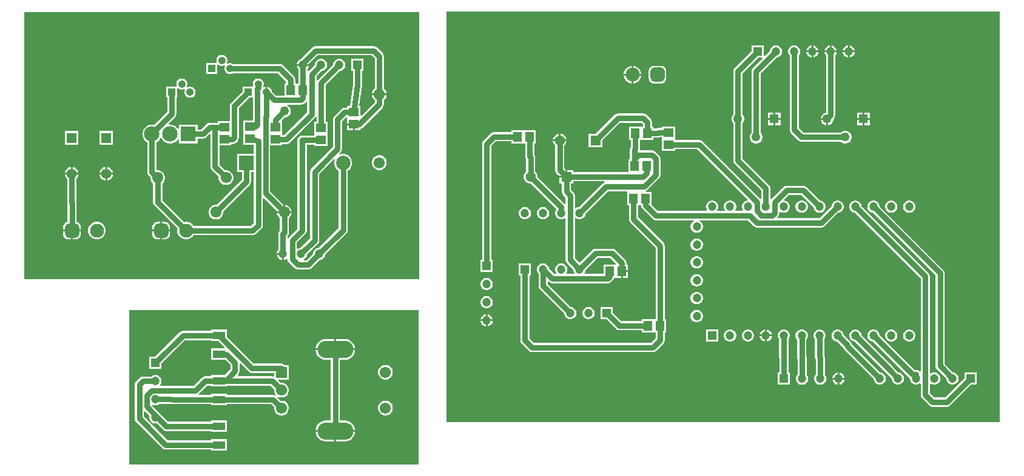
<source format=gtl>
G04*
G04 #@! TF.GenerationSoftware,Altium Limited,Altium Designer,24.4.1 (13)*
G04*
G04 Layer_Physical_Order=1*
G04 Layer_Color=255*
%FSLAX44Y44*%
%MOMM*%
G71*
G04*
G04 #@! TF.SameCoordinates,D16DE8F3-FD65-4EAC-9AAE-F1089B62832C*
G04*
G04*
G04 #@! TF.FilePolarity,Positive*
G04*
G01*
G75*
%ADD10R,1.4000X1.2000*%
%ADD11R,1.2000X1.4000*%
%ADD12C,0.7620*%
%ADD13R,1.7000X1.1000*%
%ADD14C,1.2000*%
%ADD15R,1.2000X1.2000*%
%ADD16R,1.2000X1.2000*%
%ADD17C,1.9500*%
G04:AMPARAMS|DCode=18|XSize=1.95mm|YSize=1.95mm|CornerRadius=0.4875mm|HoleSize=0mm|Usage=FLASHONLY|Rotation=180.000|XOffset=0mm|YOffset=0mm|HoleType=Round|Shape=RoundedRectangle|*
%AMROUNDEDRECTD18*
21,1,1.9500,0.9750,0,0,180.0*
21,1,0.9750,1.9500,0,0,180.0*
1,1,0.9750,-0.4875,0.4875*
1,1,0.9750,0.4875,0.4875*
1,1,0.9750,0.4875,-0.4875*
1,1,0.9750,-0.4875,-0.4875*
%
%ADD18ROUNDEDRECTD18*%
%ADD19C,1.2500*%
%ADD20R,1.2500X1.2500*%
%ADD21R,1.4000X1.4000*%
%ADD22C,1.4000*%
%ADD23C,1.5500*%
%ADD24R,1.0500X1.0500*%
%ADD25C,1.0500*%
%ADD26C,2.1500*%
%ADD27R,2.1500X2.1500*%
%ADD28R,1.4000X1.4000*%
%ADD29C,2.0000*%
%ADD30R,2.0000X2.0000*%
%ADD31C,1.2700*%
%ADD32R,1.5500X1.5500*%
G04:AMPARAMS|DCode=33|XSize=2.4mm|YSize=5mm|CornerRadius=1.2mm|HoleSize=0mm|Usage=FLASHONLY|Rotation=270.000|XOffset=0mm|YOffset=0mm|HoleType=Round|Shape=RoundedRectangle|*
%AMROUNDEDRECTD33*
21,1,2.4000,2.6000,0,0,270.0*
21,1,0.0000,5.0000,0,0,270.0*
1,1,2.4000,-1.3000,0.0000*
1,1,2.4000,-1.3000,0.0000*
1,1,2.4000,1.3000,0.0000*
1,1,2.4000,1.3000,0.0000*
%
%ADD33ROUNDEDRECTD33*%
G36*
X967740Y895350D02*
X416560D01*
Y1268730D01*
X967740D01*
Y895350D01*
D02*
G37*
G36*
X1778000Y695960D02*
X1005840D01*
Y1270000D01*
X1778000D01*
Y695960D01*
D02*
G37*
G36*
X966470Y636270D02*
X562610D01*
Y852170D01*
X966470D01*
Y636270D01*
D02*
G37*
%LPC*%
G36*
X904240Y1221610D02*
X822960D01*
X820482Y1221118D01*
X818382Y1219714D01*
X801439Y1202771D01*
X799936Y1201904D01*
X798346Y1200314D01*
X797222Y1198366D01*
X796679Y1196340D01*
X805180D01*
X813681D01*
X813605Y1196625D01*
X825642Y1208662D01*
X901558D01*
X905386Y1204834D01*
Y1161948D01*
X903626Y1160188D01*
X902271Y1157842D01*
X901570Y1155225D01*
Y1155140D01*
X911860D01*
X922150D01*
Y1155225D01*
X921449Y1157842D01*
X920094Y1160188D01*
X918334Y1161948D01*
Y1207516D01*
X917842Y1209994D01*
X916438Y1212094D01*
X908818Y1219714D01*
X906718Y1221118D01*
X904240Y1221610D01*
D02*
G37*
G36*
X693176Y1209210D02*
X691124D01*
X689143Y1208679D01*
X687367Y1207654D01*
X685917Y1206203D01*
X684891Y1204427D01*
X684360Y1202446D01*
Y1200394D01*
X684720Y1199050D01*
X683898Y1197780D01*
X670390D01*
Y1182200D01*
X685970D01*
Y1194924D01*
X687143Y1195410D01*
X687367Y1195186D01*
X689143Y1194161D01*
X691124Y1193630D01*
X693176D01*
X695157Y1194161D01*
X695711Y1194481D01*
X696641Y1193551D01*
X696321Y1192997D01*
X695790Y1191016D01*
Y1188964D01*
X696321Y1186983D01*
X697346Y1185207D01*
X698797Y1183756D01*
X700573Y1182731D01*
X702554Y1182200D01*
X704606D01*
X706587Y1182731D01*
X707946Y1183516D01*
X770258D01*
X781705Y1172068D01*
Y1169050D01*
X779640D01*
Y1152522D01*
X767984D01*
X762045Y1158461D01*
X761639Y1159977D01*
X760613Y1161753D01*
X759163Y1163204D01*
X757387Y1164229D01*
X755650Y1164695D01*
Y1156970D01*
X753110D01*
Y1164695D01*
X751373Y1164229D01*
X750819Y1163909D01*
X749889Y1164839D01*
X750209Y1165393D01*
X750740Y1167374D01*
Y1169426D01*
X750209Y1171407D01*
X749184Y1173183D01*
X747733Y1174633D01*
X745957Y1175659D01*
X743976Y1176190D01*
X741924D01*
X739943Y1175659D01*
X738167Y1174633D01*
X736717Y1173183D01*
X735691Y1171407D01*
X735160Y1169426D01*
Y1167374D01*
X735520Y1166030D01*
X734761Y1164858D01*
X734591Y1164760D01*
X721190D01*
Y1158336D01*
X705098Y1142244D01*
X703694Y1140144D01*
X703202Y1137666D01*
Y1116470D01*
X686420D01*
Y1114405D01*
X675114D01*
X672637Y1113912D01*
X670536Y1112508D01*
X663052Y1105024D01*
X658450D01*
Y1111840D01*
X631870D01*
Y1106608D01*
X630643Y1106280D01*
X630395Y1106710D01*
X627920Y1109185D01*
X624890Y1110934D01*
X621510Y1111840D01*
X618602D01*
X618076Y1113110D01*
X626878Y1121912D01*
X628282Y1124012D01*
X628774Y1126490D01*
Y1149180D01*
X630090D01*
Y1161904D01*
X631263Y1162390D01*
X631487Y1162167D01*
X633263Y1161141D01*
X635244Y1160610D01*
X637296D01*
X639277Y1161141D01*
X639831Y1161461D01*
X640761Y1160531D01*
X640441Y1159977D01*
X639910Y1157996D01*
Y1155944D01*
X640441Y1153963D01*
X641467Y1152187D01*
X642917Y1150736D01*
X644693Y1149711D01*
X646674Y1149180D01*
X648726D01*
X650707Y1149711D01*
X652483Y1150736D01*
X653933Y1152187D01*
X654959Y1153963D01*
X655490Y1155944D01*
Y1157996D01*
X654959Y1159977D01*
X653933Y1161753D01*
X652483Y1163204D01*
X650707Y1164229D01*
X648726Y1164760D01*
X646674D01*
X644693Y1164229D01*
X644139Y1163909D01*
X643209Y1164839D01*
X643529Y1165393D01*
X644060Y1167374D01*
Y1169426D01*
X643529Y1171407D01*
X642504Y1173183D01*
X641053Y1174633D01*
X639277Y1175659D01*
X637296Y1176190D01*
X635244D01*
X633263Y1175659D01*
X631487Y1174633D01*
X630037Y1173183D01*
X629011Y1171407D01*
X628480Y1169426D01*
Y1167374D01*
X628840Y1166030D01*
X628018Y1164760D01*
X614510D01*
Y1149180D01*
X615826D01*
Y1129172D01*
X597990Y1111336D01*
X596110Y1111840D01*
X592610D01*
X589230Y1110934D01*
X586200Y1109185D01*
X583725Y1106710D01*
X581976Y1103680D01*
X581070Y1100300D01*
Y1096800D01*
X581976Y1093420D01*
X583725Y1090390D01*
X586200Y1087915D01*
X587886Y1086942D01*
Y1045770D01*
X588378Y1043292D01*
X589782Y1041192D01*
X592250Y1038724D01*
Y1036235D01*
X592951Y1033618D01*
X594306Y1031272D01*
X596065Y1029512D01*
Y1003270D01*
X596558Y1000793D01*
X597962Y998692D01*
X630370Y966284D01*
X630050Y965088D01*
Y961852D01*
X630888Y958727D01*
X632506Y955924D01*
X634794Y953636D01*
X637596Y952018D01*
X640722Y951180D01*
X643958D01*
X647084Y952018D01*
X649886Y953636D01*
X652175Y955924D01*
X652793Y956996D01*
X735124D01*
X737602Y957489D01*
X739702Y958892D01*
X747528Y966718D01*
X748932Y968818D01*
X749424Y971296D01*
Y1008310D01*
X750598Y1008796D01*
X768794Y990600D01*
X777950D01*
Y999756D01*
X759584Y1018122D01*
Y1082390D01*
X776620D01*
Y1084456D01*
X782320D01*
X784798Y1084948D01*
X786898Y1086352D01*
X822204Y1121658D01*
X822836Y1122603D01*
X824106Y1122218D01*
Y1115590D01*
X821040D01*
Y1096525D01*
X804418D01*
X801940Y1096032D01*
X799840Y1094628D01*
X799586Y1094374D01*
X798182Y1092274D01*
X797690Y1089796D01*
Y966104D01*
X785616Y954030D01*
X784984Y953085D01*
X783714Y953470D01*
Y956422D01*
X783798Y956506D01*
X785202Y958606D01*
X785695Y961084D01*
Y981252D01*
X787454Y983012D01*
X788809Y985358D01*
X789510Y987975D01*
Y988060D01*
X768930D01*
Y987975D01*
X769631Y985358D01*
X770986Y983012D01*
X772746Y981252D01*
Y963766D01*
X772662Y963682D01*
X771258Y961582D01*
X770766Y959104D01*
Y936513D01*
X770406Y936154D01*
X769282Y934206D01*
X768739Y932180D01*
X777240D01*
Y930910D01*
X778510D01*
Y922409D01*
X780536Y922952D01*
X782484Y924076D01*
X782546Y924139D01*
X783720Y923653D01*
Y923544D01*
X784212Y921066D01*
X785616Y918966D01*
X793490Y911092D01*
X795590Y909688D01*
X798068Y909196D01*
X812800D01*
X815278Y909688D01*
X817378Y911092D01*
X828656Y922370D01*
X829164D01*
X831336Y922952D01*
X833284Y924076D01*
X834874Y925666D01*
X835998Y927614D01*
X836580Y929786D01*
Y930294D01*
X866018Y959732D01*
X867422Y961832D01*
X867914Y964310D01*
Y1047168D01*
X869140Y1047876D01*
X871475Y1050210D01*
X873125Y1053070D01*
X873980Y1056259D01*
Y1059561D01*
X873125Y1062750D01*
X871475Y1065610D01*
X869140Y1067944D01*
X866280Y1069595D01*
X863091Y1070450D01*
X859789D01*
X856600Y1069595D01*
X856410Y1069486D01*
X855630Y1070502D01*
X858018Y1072890D01*
X859422Y1074990D01*
X859914Y1077468D01*
Y1116188D01*
X865490Y1121764D01*
X866760Y1121238D01*
Y1113300D01*
X876300D01*
Y1112030D01*
X877570D01*
Y1103490D01*
X885840D01*
Y1105937D01*
X886398Y1106048D01*
X888498Y1107452D01*
X916438Y1135392D01*
X917842Y1137492D01*
X918334Y1139970D01*
Y1145792D01*
X920094Y1147552D01*
X921449Y1149898D01*
X922150Y1152515D01*
Y1152600D01*
X911860D01*
X901570D01*
Y1152515D01*
X902271Y1149898D01*
X903626Y1147552D01*
X905386Y1145792D01*
Y1142652D01*
X887013Y1124279D01*
X885840Y1124765D01*
Y1137570D01*
X884934D01*
X884098Y1138525D01*
X887798Y1166274D01*
X887770Y1166706D01*
X887854Y1167130D01*
Y1186530D01*
X889920D01*
Y1203610D01*
X872840D01*
Y1186530D01*
X874906D01*
Y1167560D01*
X870907Y1137570D01*
X866760D01*
Y1135504D01*
X863600D01*
X861122Y1135012D01*
X859022Y1133608D01*
X848862Y1123448D01*
X847458Y1121348D01*
X846966Y1118870D01*
Y1080150D01*
X817112Y1050296D01*
X815708Y1048196D01*
X815216Y1045718D01*
Y952642D01*
X802024Y939450D01*
X801516D01*
X799344Y938868D01*
X797938Y938057D01*
X796668Y938723D01*
Y946770D01*
X808742Y958844D01*
X810146Y960944D01*
X810638Y963422D01*
Y1083576D01*
X821040D01*
Y1081510D01*
X840120D01*
Y1098510D01*
Y1115590D01*
X837054D01*
Y1166988D01*
X856596Y1186530D01*
X857104D01*
X859276Y1187112D01*
X861224Y1188236D01*
X862814Y1189826D01*
X863938Y1191774D01*
X864520Y1193946D01*
Y1196194D01*
X863938Y1198366D01*
X862814Y1200314D01*
X861224Y1201904D01*
X859276Y1203028D01*
X857104Y1203610D01*
X854856D01*
X852684Y1203028D01*
X850736Y1201904D01*
X849146Y1200314D01*
X848022Y1198366D01*
X847440Y1196194D01*
Y1195686D01*
X826002Y1174248D01*
X825370Y1173303D01*
X824100Y1173688D01*
Y1179434D01*
X831196Y1186530D01*
X831704D01*
X833876Y1187112D01*
X835824Y1188236D01*
X837414Y1189826D01*
X838538Y1191774D01*
X839120Y1193946D01*
Y1196194D01*
X838538Y1198366D01*
X837414Y1200314D01*
X835824Y1201904D01*
X833876Y1203028D01*
X831704Y1203610D01*
X829456D01*
X827284Y1203028D01*
X825336Y1201904D01*
X823746Y1200314D01*
X822622Y1198366D01*
X822040Y1196194D01*
Y1195686D01*
X813048Y1186694D01*
X812870Y1186427D01*
X811654Y1186796D01*
Y1189467D01*
X812014Y1189826D01*
X813138Y1191774D01*
X813681Y1193800D01*
X805180D01*
X796679D01*
X797222Y1191774D01*
X798346Y1189826D01*
X798706Y1189467D01*
Y1177290D01*
Y1169050D01*
X794654D01*
Y1174750D01*
X794161Y1177228D01*
X792758Y1179328D01*
X777518Y1194568D01*
X775417Y1195972D01*
X772940Y1196464D01*
X707946D01*
X706587Y1197249D01*
X704606Y1197780D01*
X702554D01*
X700573Y1197249D01*
X700019Y1196929D01*
X699089Y1197859D01*
X699409Y1198413D01*
X699940Y1200394D01*
Y1202446D01*
X699409Y1204427D01*
X698383Y1206203D01*
X696933Y1207654D01*
X695157Y1208679D01*
X693176Y1209210D01*
D02*
G37*
G36*
X875030Y1110760D02*
X866760D01*
Y1103490D01*
X875030D01*
Y1110760D01*
D02*
G37*
G36*
X540400Y1102610D02*
X521320D01*
Y1083530D01*
X540400D01*
Y1102610D01*
D02*
G37*
G36*
X492140D02*
X473060D01*
Y1083530D01*
X492140D01*
Y1102610D01*
D02*
G37*
G36*
X913215Y1068760D02*
X910505D01*
X907888Y1068059D01*
X905542Y1066704D01*
X903626Y1064788D01*
X902271Y1062442D01*
X901570Y1059825D01*
Y1057115D01*
X902271Y1054498D01*
X903626Y1052152D01*
X905542Y1050236D01*
X907888Y1048881D01*
X910505Y1048180D01*
X913215D01*
X915832Y1048881D01*
X918178Y1050236D01*
X920094Y1052152D01*
X921449Y1054498D01*
X922150Y1057115D01*
Y1059825D01*
X921449Y1062442D01*
X920094Y1064788D01*
X918178Y1066704D01*
X915832Y1068059D01*
X913215Y1068760D01*
D02*
G37*
G36*
X532130Y1052606D02*
Y1044340D01*
X540396D01*
X539750Y1046752D01*
X538494Y1048928D01*
X536718Y1050704D01*
X534542Y1051960D01*
X532130Y1052606D01*
D02*
G37*
G36*
X483870D02*
Y1044340D01*
X492136D01*
X491490Y1046752D01*
X490234Y1048928D01*
X488458Y1050704D01*
X486282Y1051960D01*
X483870Y1052606D01*
D02*
G37*
G36*
X529590D02*
X527178Y1051960D01*
X525002Y1050704D01*
X523226Y1048928D01*
X521970Y1046752D01*
X521324Y1044340D01*
X529590D01*
Y1052606D01*
D02*
G37*
G36*
X481330D02*
X478918Y1051960D01*
X476742Y1050704D01*
X474966Y1048928D01*
X473710Y1046752D01*
X473064Y1044340D01*
X481330D01*
Y1052606D01*
D02*
G37*
G36*
X540396Y1041800D02*
X532130D01*
Y1033534D01*
X534542Y1034180D01*
X536718Y1035436D01*
X538494Y1037212D01*
X539750Y1039388D01*
X540396Y1041800D01*
D02*
G37*
G36*
X529590D02*
X521324D01*
X521970Y1039388D01*
X523226Y1037212D01*
X525002Y1035436D01*
X527178Y1034180D01*
X529590Y1033534D01*
Y1041800D01*
D02*
G37*
G36*
X780575Y999620D02*
X780490D01*
Y990600D01*
X789510D01*
Y990685D01*
X788809Y993302D01*
X787454Y995648D01*
X785538Y997564D01*
X783192Y998919D01*
X780575Y999620D01*
D02*
G37*
G36*
X612215Y975824D02*
X608610D01*
Y964740D01*
X619694D01*
Y968345D01*
X619439Y970281D01*
X618692Y972085D01*
X617503Y973634D01*
X615954Y974822D01*
X614151Y975569D01*
X612215Y975824D01*
D02*
G37*
G36*
X606070D02*
X602465D01*
X600529Y975569D01*
X598725Y974822D01*
X597177Y973634D01*
X595988Y972085D01*
X595241Y970281D01*
X594986Y968345D01*
Y964740D01*
X606070D01*
Y975824D01*
D02*
G37*
G36*
X492136Y1041800D02*
X482600D01*
X473064D01*
X473710Y1039388D01*
X474966Y1037212D01*
X476126Y1036053D01*
Y1003326D01*
X476405Y1001919D01*
Y975614D01*
X476069Y975569D01*
X474265Y974822D01*
X472716Y973634D01*
X471528Y972085D01*
X470781Y970281D01*
X470526Y968345D01*
Y964740D01*
X495234D01*
Y968345D01*
X494979Y970281D01*
X494232Y972085D01*
X493043Y973634D01*
X491494Y974822D01*
X489691Y975569D01*
X489354Y975614D01*
Y1003046D01*
X489074Y1004453D01*
Y1036053D01*
X490234Y1037212D01*
X491490Y1039388D01*
X492136Y1041800D01*
D02*
G37*
G36*
X519498Y975760D02*
X516262D01*
X513136Y974923D01*
X510334Y973305D01*
X508046Y971016D01*
X506428Y968214D01*
X505590Y965088D01*
Y961852D01*
X506428Y958727D01*
X508046Y955924D01*
X510334Y953636D01*
X513136Y952018D01*
X516262Y951180D01*
X519498D01*
X522624Y952018D01*
X525426Y953636D01*
X527715Y955924D01*
X529333Y958727D01*
X530170Y961852D01*
Y965088D01*
X529333Y968214D01*
X527715Y971016D01*
X525426Y973305D01*
X522624Y974923D01*
X519498Y975760D01*
D02*
G37*
G36*
X619694Y962200D02*
X608610D01*
Y951116D01*
X612215D01*
X614151Y951371D01*
X615954Y952118D01*
X617503Y953307D01*
X618692Y954856D01*
X619439Y956660D01*
X619694Y958595D01*
Y962200D01*
D02*
G37*
G36*
X606070D02*
X594986D01*
Y958595D01*
X595241Y956660D01*
X595988Y954856D01*
X597177Y953307D01*
X598725Y952118D01*
X600529Y951371D01*
X602465Y951116D01*
X606070D01*
Y962200D01*
D02*
G37*
G36*
X495234D02*
X484150D01*
Y951116D01*
X487755D01*
X489691Y951371D01*
X491494Y952118D01*
X493043Y953307D01*
X494232Y954856D01*
X494979Y956660D01*
X495234Y958595D01*
Y962200D01*
D02*
G37*
G36*
X481610D02*
X470526D01*
Y958595D01*
X470781Y956660D01*
X471528Y954856D01*
X472716Y953307D01*
X474265Y952118D01*
X476069Y951371D01*
X478005Y951116D01*
X481610D01*
Y962200D01*
D02*
G37*
G36*
X775970Y929640D02*
X768739D01*
X769282Y927614D01*
X770406Y925666D01*
X771996Y924076D01*
X773944Y922952D01*
X775970Y922409D01*
Y929640D01*
D02*
G37*
%LPD*%
G36*
X811152Y1143908D02*
Y1128918D01*
X779638Y1097404D01*
X776620D01*
Y1116470D01*
X776258D01*
X775772Y1117644D01*
X779792Y1121664D01*
X780696D01*
X782957Y1122270D01*
X784985Y1123440D01*
X786640Y1125095D01*
X787810Y1127123D01*
X788416Y1129384D01*
Y1131724D01*
X787810Y1133985D01*
X786640Y1136013D01*
X784985Y1137668D01*
X783883Y1138304D01*
X784224Y1139574D01*
X802640D01*
X805118Y1140066D01*
X807218Y1141470D01*
X809758Y1144010D01*
X809936Y1144277D01*
X811152Y1143908D01*
D02*
G37*
G36*
X735206Y1117250D02*
X721980D01*
Y1100170D01*
Y1083170D01*
X736476D01*
Y1070450D01*
X713900D01*
Y1045370D01*
X719966D01*
Y1034632D01*
X684954Y999620D01*
X682465D01*
X679848Y998919D01*
X677502Y997564D01*
X675586Y995648D01*
X674231Y993302D01*
X673530Y990685D01*
Y987975D01*
X674231Y985358D01*
X675586Y983012D01*
X677502Y981096D01*
X679848Y979741D01*
X682465Y979040D01*
X685174D01*
X687792Y979741D01*
X690138Y981096D01*
X692054Y983012D01*
X693409Y985358D01*
X694110Y987975D01*
Y990464D01*
X731018Y1027372D01*
X732422Y1029473D01*
X732914Y1031950D01*
Y1045370D01*
X736476D01*
Y973978D01*
X732442Y969945D01*
X652793D01*
X652175Y971016D01*
X649886Y973305D01*
X647084Y974923D01*
X643958Y975760D01*
X640722D01*
X639527Y975440D01*
X609014Y1005952D01*
Y1029512D01*
X610774Y1031272D01*
X612129Y1033618D01*
X612830Y1036235D01*
Y1038945D01*
X612129Y1041562D01*
X610774Y1043908D01*
X608858Y1045824D01*
X606512Y1047179D01*
X603895Y1047880D01*
X601406D01*
X600834Y1048452D01*
Y1086942D01*
X602520Y1087915D01*
X604995Y1090390D01*
X606327Y1092697D01*
X607793D01*
X609125Y1090390D01*
X611600Y1087915D01*
X614630Y1086166D01*
X618010Y1085260D01*
X621510D01*
X624890Y1086166D01*
X627920Y1087915D01*
X630395Y1090390D01*
X630643Y1090820D01*
X631870Y1090492D01*
Y1085260D01*
X658450D01*
Y1092076D01*
X665734D01*
X668212Y1092568D01*
X670312Y1093972D01*
X674850Y1098510D01*
X676024Y1098024D01*
Y1053032D01*
X676516Y1050555D01*
X677920Y1048454D01*
X687650Y1038724D01*
Y1036235D01*
X688351Y1033618D01*
X689706Y1031272D01*
X691622Y1029356D01*
X693968Y1028001D01*
X696585Y1027300D01*
X699295D01*
X701912Y1028001D01*
X704258Y1029356D01*
X706174Y1031272D01*
X707529Y1033618D01*
X708230Y1036235D01*
Y1038945D01*
X707529Y1041562D01*
X706174Y1043908D01*
X704258Y1045824D01*
X701912Y1047179D01*
X699295Y1047880D01*
X696806D01*
X688972Y1055714D01*
Y1082390D01*
X705500D01*
Y1084456D01*
X707136D01*
X709614Y1084948D01*
X711714Y1086352D01*
X714254Y1088892D01*
X715658Y1090992D01*
X716150Y1093470D01*
Y1134984D01*
X730346Y1149180D01*
X735206D01*
Y1117250D01*
D02*
G37*
G36*
X849864Y1062940D02*
X849755Y1062750D01*
X848900Y1059561D01*
Y1056259D01*
X849755Y1053070D01*
X851405Y1050210D01*
X853740Y1047876D01*
X854966Y1047168D01*
Y966992D01*
X827424Y939450D01*
X826916D01*
X824744Y938868D01*
X822796Y937744D01*
X821206Y936154D01*
X820082Y934206D01*
X819500Y932034D01*
Y931526D01*
X810118Y922144D01*
X807077D01*
X806737Y923414D01*
X807884Y924076D01*
X809474Y925666D01*
X810598Y927614D01*
X811180Y929786D01*
Y930294D01*
X826268Y945382D01*
X827672Y947482D01*
X828164Y949960D01*
Y1043036D01*
X848848Y1063719D01*
X849864Y1062940D01*
D02*
G37*
%LPC*%
G36*
X1568450Y1222621D02*
Y1215390D01*
X1575681D01*
X1575138Y1217416D01*
X1574014Y1219364D01*
X1572424Y1220954D01*
X1570476Y1222078D01*
X1568450Y1222621D01*
D02*
G37*
G36*
X1565910D02*
X1563884Y1222078D01*
X1561936Y1220954D01*
X1560346Y1219364D01*
X1559222Y1217416D01*
X1558679Y1215390D01*
X1565910D01*
Y1222621D01*
D02*
G37*
G36*
X1543050D02*
Y1215390D01*
X1550281D01*
X1549738Y1217416D01*
X1548614Y1219364D01*
X1547024Y1220954D01*
X1545076Y1222078D01*
X1543050Y1222621D01*
D02*
G37*
G36*
X1540510D02*
X1538484Y1222078D01*
X1536536Y1220954D01*
X1534946Y1219364D01*
X1533822Y1217416D01*
X1533279Y1215390D01*
X1540510D01*
Y1222621D01*
D02*
G37*
G36*
X1517650D02*
Y1215390D01*
X1524881D01*
X1524338Y1217416D01*
X1523214Y1219364D01*
X1521624Y1220954D01*
X1519676Y1222078D01*
X1517650Y1222621D01*
D02*
G37*
G36*
X1515110D02*
X1513084Y1222078D01*
X1511136Y1220954D01*
X1509546Y1219364D01*
X1508422Y1217416D01*
X1507879Y1215390D01*
X1515110D01*
Y1222621D01*
D02*
G37*
G36*
X1466704Y1222660D02*
X1464456D01*
X1462284Y1222078D01*
X1460336Y1220954D01*
X1458746Y1219364D01*
X1457622Y1217416D01*
X1457040Y1215244D01*
Y1214736D01*
X1449893Y1207589D01*
X1448720Y1208075D01*
Y1222660D01*
X1431640D01*
Y1214736D01*
X1407662Y1190758D01*
X1406258Y1188658D01*
X1405766Y1186180D01*
Y1125747D01*
X1405206Y1125187D01*
X1404049Y1123183D01*
X1403450Y1120947D01*
Y1118633D01*
X1404049Y1116397D01*
X1405206Y1114393D01*
X1405766Y1113833D01*
Y1061734D01*
X1406258Y1059257D01*
X1407662Y1057156D01*
X1444952Y1019866D01*
Y1007773D01*
X1443682Y1007388D01*
X1443354Y1007878D01*
X1362954Y1088278D01*
X1360853Y1089682D01*
X1358376Y1090175D01*
X1325260D01*
Y1109240D01*
X1306180D01*
Y1107174D01*
X1301360D01*
X1298882Y1106681D01*
X1298303Y1106294D01*
X1294660D01*
Y1109360D01*
X1292594D01*
Y1115060D01*
X1292101Y1117538D01*
X1290698Y1119638D01*
X1284856Y1125480D01*
X1282755Y1126884D01*
X1280278Y1127376D01*
X1244962D01*
X1242485Y1126884D01*
X1240384Y1125480D01*
X1214104Y1099200D01*
X1204180D01*
Y1080120D01*
X1223260D01*
Y1090044D01*
X1247644Y1114428D01*
X1277596D01*
X1279645Y1112378D01*
Y1109360D01*
X1260580D01*
Y1090280D01*
X1262646D01*
Y1079510D01*
X1262258Y1078930D01*
X1261765Y1076452D01*
Y1063640D01*
X1259700D01*
Y1045334D01*
X1182620D01*
Y1048400D01*
X1174350D01*
Y1038860D01*
X1173080D01*
Y1037590D01*
X1163540D01*
Y1029320D01*
X1166606D01*
Y1018032D01*
X1167099Y1015554D01*
X1168502Y1013454D01*
X1171832Y1010124D01*
Y1000760D01*
X1170616Y1000391D01*
X1170438Y1000658D01*
X1132620Y1038476D01*
Y1040116D01*
X1131970Y1042542D01*
X1130714Y1044718D01*
X1129554Y1045877D01*
Y1066038D01*
X1129061Y1068516D01*
X1128375Y1069543D01*
Y1085200D01*
X1130440D01*
Y1104280D01*
X1096360D01*
Y1101214D01*
X1071880D01*
X1069402Y1100722D01*
X1067302Y1099318D01*
X1057142Y1089158D01*
X1055738Y1087058D01*
X1055246Y1084580D01*
Y922940D01*
X1053180D01*
Y905860D01*
X1070260D01*
Y922940D01*
X1068194D01*
Y1081898D01*
X1074562Y1088266D01*
X1096360D01*
Y1085200D01*
X1115426D01*
Y1067218D01*
X1115919Y1064740D01*
X1116605Y1063712D01*
Y1045877D01*
X1115446Y1044718D01*
X1114190Y1042542D01*
X1113540Y1040116D01*
Y1037604D01*
X1114190Y1035178D01*
X1115446Y1033002D01*
X1117222Y1031226D01*
X1119398Y1029970D01*
X1121824Y1029320D01*
X1123464D01*
X1159273Y993510D01*
X1159026Y993263D01*
X1157902Y991316D01*
X1157320Y989144D01*
Y986896D01*
X1157902Y984724D01*
X1159026Y982776D01*
X1160616Y981186D01*
X1162564Y980062D01*
X1164736Y979480D01*
X1166984D01*
X1169156Y980062D01*
X1170562Y980873D01*
X1171832Y980207D01*
Y922274D01*
X1172324Y919796D01*
X1173728Y917696D01*
X1182720Y908704D01*
Y908196D01*
X1183302Y906024D01*
X1184396Y904129D01*
X1184231Y903454D01*
X1183985Y902859D01*
X1173135D01*
X1172889Y903454D01*
X1172724Y904129D01*
X1173818Y906024D01*
X1174400Y908196D01*
Y910444D01*
X1173818Y912616D01*
X1172694Y914564D01*
X1171104Y916154D01*
X1169156Y917278D01*
X1166984Y917860D01*
X1164736D01*
X1162564Y917278D01*
X1160616Y916154D01*
X1159026Y914564D01*
X1157902Y912616D01*
X1157320Y910444D01*
Y908196D01*
X1157902Y906024D01*
X1158996Y904129D01*
X1158831Y903454D01*
X1158585Y902859D01*
X1156077D01*
X1149000Y909936D01*
Y910444D01*
X1148418Y912616D01*
X1147294Y914564D01*
X1145704Y916154D01*
X1143756Y917278D01*
X1141584Y917860D01*
X1139336D01*
X1137164Y917278D01*
X1135216Y916154D01*
X1133626Y914564D01*
X1132502Y912616D01*
X1131920Y910444D01*
Y908196D01*
X1132502Y906024D01*
X1133626Y904076D01*
X1133986Y903717D01*
Y886460D01*
X1134478Y883982D01*
X1135882Y881882D01*
X1170020Y847744D01*
Y847236D01*
X1170602Y845064D01*
X1171726Y843116D01*
X1173316Y841526D01*
X1175264Y840402D01*
X1177436Y839820D01*
X1179684D01*
X1181856Y840402D01*
X1183804Y841526D01*
X1185394Y843116D01*
X1186518Y845064D01*
X1187100Y847236D01*
Y849484D01*
X1186518Y851656D01*
X1185394Y853604D01*
X1183804Y855194D01*
X1181856Y856318D01*
X1179684Y856900D01*
X1179176D01*
X1146934Y889142D01*
Y892030D01*
X1148108Y892516D01*
X1148818Y891806D01*
X1150918Y890403D01*
X1153396Y889910D01*
X1230784D01*
X1233262Y890403D01*
X1235362Y891806D01*
X1238138Y894582D01*
X1239542Y896682D01*
X1239653Y897240D01*
X1249290D01*
Y906780D01*
X1250560D01*
Y908050D01*
X1259100D01*
Y916320D01*
X1257034D01*
Y918092D01*
X1256541Y920570D01*
X1255138Y922670D01*
X1241558Y936250D01*
X1239458Y937654D01*
X1236980Y938146D01*
X1213612D01*
X1211134Y937654D01*
X1209034Y936250D01*
X1191260Y918476D01*
X1184780Y924956D01*
Y980763D01*
X1185954Y981249D01*
X1186016Y981186D01*
X1187964Y980062D01*
X1190136Y979480D01*
X1192384D01*
X1194556Y980062D01*
X1196504Y981186D01*
X1198094Y982776D01*
X1199218Y984724D01*
X1199800Y986896D01*
Y987404D01*
X1231066Y1018670D01*
X1257081D01*
X1258040Y1017920D01*
Y998840D01*
X1260106D01*
Y979796D01*
X1260599Y977318D01*
X1262002Y975218D01*
X1297425Y939794D01*
Y840120D01*
X1278360D01*
Y837054D01*
X1249822D01*
X1237900Y848976D01*
Y856900D01*
X1220820D01*
Y839820D01*
X1228744D01*
X1242562Y826002D01*
X1244662Y824598D01*
X1247140Y824106D01*
X1278360D01*
Y821040D01*
X1297425D01*
Y812942D01*
X1291058Y806574D01*
X1127902D01*
X1121534Y812942D01*
Y900780D01*
X1123600D01*
Y917860D01*
X1106520D01*
Y900780D01*
X1108586D01*
Y810260D01*
X1109078Y807782D01*
X1110482Y805682D01*
X1120642Y795522D01*
X1122742Y794118D01*
X1125220Y793626D01*
X1293740D01*
X1296217Y794118D01*
X1298318Y795522D01*
X1308478Y805682D01*
X1309881Y807782D01*
X1310374Y810260D01*
Y821040D01*
X1312440D01*
Y840120D01*
X1310374D01*
Y942476D01*
X1309881Y944954D01*
X1308478Y947054D01*
X1273055Y982478D01*
Y998840D01*
X1277110D01*
X1277598Y996386D01*
X1279002Y994286D01*
X1293362Y979926D01*
X1295462Y978522D01*
X1297940Y978030D01*
X1350869D01*
X1351209Y976760D01*
X1349678Y975876D01*
X1348088Y974286D01*
X1346964Y972338D01*
X1346382Y970166D01*
Y967918D01*
X1346964Y965746D01*
X1348088Y963798D01*
X1349678Y962208D01*
X1351626Y961084D01*
X1353798Y960502D01*
X1356046D01*
X1358218Y961084D01*
X1360166Y962208D01*
X1361756Y963798D01*
X1362880Y965746D01*
X1363462Y967918D01*
Y970166D01*
X1362880Y972338D01*
X1361756Y974286D01*
X1360166Y975876D01*
X1358635Y976760D01*
X1358975Y978030D01*
X1426234D01*
X1434488Y969776D01*
X1436588Y968373D01*
X1439066Y967880D01*
X1528916D01*
X1531394Y968373D01*
X1533494Y969776D01*
X1552042Y988324D01*
X1552550D01*
X1554722Y988906D01*
X1556670Y990030D01*
X1558260Y991620D01*
X1559384Y993568D01*
X1559966Y995740D01*
Y997988D01*
X1559384Y1000160D01*
X1558260Y1002108D01*
X1556670Y1003698D01*
X1554722Y1004822D01*
X1552550Y1005404D01*
X1550302D01*
X1548130Y1004822D01*
X1546182Y1003698D01*
X1544592Y1002108D01*
X1543468Y1000160D01*
X1542886Y997988D01*
Y997480D01*
X1526234Y980829D01*
X1467630D01*
X1467144Y982002D01*
X1468380Y983238D01*
X1469784Y985339D01*
X1470276Y987816D01*
Y989284D01*
X1471546Y989820D01*
X1473130Y988906D01*
X1475302Y988324D01*
X1477550D01*
X1479722Y988906D01*
X1481670Y990030D01*
X1483260Y991620D01*
X1484384Y993568D01*
X1484966Y995740D01*
Y997988D01*
X1484384Y1000160D01*
X1483260Y1002108D01*
X1481670Y1003698D01*
X1479722Y1004822D01*
X1477550Y1005404D01*
X1476858D01*
X1476332Y1006674D01*
X1482994Y1013336D01*
X1500799D01*
X1517886Y996248D01*
Y995740D01*
X1518468Y993568D01*
X1519592Y991620D01*
X1521182Y990030D01*
X1523130Y988906D01*
X1525302Y988324D01*
X1527550D01*
X1529722Y988906D01*
X1531670Y990030D01*
X1533260Y991620D01*
X1534384Y993568D01*
X1534966Y995740D01*
Y997988D01*
X1534384Y1000160D01*
X1533260Y1002108D01*
X1531670Y1003698D01*
X1529722Y1004822D01*
X1527550Y1005404D01*
X1527043D01*
X1508058Y1024388D01*
X1505958Y1025792D01*
X1503480Y1026284D01*
X1480312D01*
X1477834Y1025792D01*
X1475734Y1024388D01*
X1459224Y1007878D01*
X1459116Y1007716D01*
X1457901Y1008085D01*
Y1022548D01*
X1457408Y1025026D01*
X1456004Y1027126D01*
X1418714Y1064416D01*
Y1113833D01*
X1419274Y1114393D01*
X1420431Y1116397D01*
X1421030Y1118633D01*
Y1120947D01*
X1420431Y1123183D01*
X1419274Y1125187D01*
X1418714Y1125747D01*
Y1183498D01*
X1440796Y1205580D01*
X1446225D01*
X1446711Y1204407D01*
X1433062Y1190758D01*
X1431658Y1188658D01*
X1431166Y1186180D01*
Y1100347D01*
X1430606Y1099787D01*
X1429449Y1097783D01*
X1428850Y1095547D01*
Y1093233D01*
X1429449Y1090997D01*
X1430606Y1088993D01*
X1432243Y1087356D01*
X1434247Y1086199D01*
X1436483Y1085600D01*
X1438797D01*
X1441033Y1086199D01*
X1443037Y1087356D01*
X1444674Y1088993D01*
X1445831Y1090997D01*
X1446430Y1093233D01*
Y1095547D01*
X1445831Y1097783D01*
X1444674Y1099787D01*
X1444114Y1100347D01*
Y1183498D01*
X1466196Y1205580D01*
X1466704D01*
X1468876Y1206162D01*
X1470824Y1207286D01*
X1472414Y1208876D01*
X1473538Y1210824D01*
X1474120Y1212996D01*
Y1215244D01*
X1473538Y1217416D01*
X1472414Y1219364D01*
X1470824Y1220954D01*
X1468876Y1222078D01*
X1466704Y1222660D01*
D02*
G37*
G36*
X1575681Y1212850D02*
X1568450D01*
Y1205619D01*
X1570476Y1206162D01*
X1572424Y1207286D01*
X1574014Y1208876D01*
X1575138Y1210824D01*
X1575681Y1212850D01*
D02*
G37*
G36*
X1565910D02*
X1558679D01*
X1559222Y1210824D01*
X1560346Y1208876D01*
X1561936Y1207286D01*
X1563884Y1206162D01*
X1565910Y1205619D01*
Y1212850D01*
D02*
G37*
G36*
X1524881D02*
X1517650D01*
Y1205619D01*
X1519676Y1206162D01*
X1521624Y1207286D01*
X1523214Y1208876D01*
X1524338Y1210824D01*
X1524881Y1212850D01*
D02*
G37*
G36*
X1515110D02*
X1507879D01*
X1508422Y1210824D01*
X1509546Y1208876D01*
X1511136Y1207286D01*
X1513084Y1206162D01*
X1515110Y1205619D01*
Y1212850D01*
D02*
G37*
G36*
X1266818Y1193850D02*
X1266470D01*
Y1182830D01*
X1277490D01*
Y1183178D01*
X1276652Y1186304D01*
X1275034Y1189107D01*
X1272746Y1191395D01*
X1269944Y1193013D01*
X1266818Y1193850D01*
D02*
G37*
G36*
X1263930D02*
X1263582D01*
X1260456Y1193013D01*
X1257654Y1191395D01*
X1255366Y1189107D01*
X1253747Y1186304D01*
X1252910Y1183178D01*
Y1182830D01*
X1263930D01*
Y1193850D01*
D02*
G37*
G36*
X1277490Y1180290D02*
X1266470D01*
Y1169270D01*
X1266818D01*
X1269944Y1170108D01*
X1272746Y1171726D01*
X1275034Y1174014D01*
X1276652Y1176816D01*
X1277490Y1179942D01*
Y1180290D01*
D02*
G37*
G36*
X1263930D02*
X1252910D01*
Y1179942D01*
X1253747Y1176816D01*
X1255366Y1174014D01*
X1257654Y1171726D01*
X1260456Y1170108D01*
X1263582Y1169270D01*
X1263930D01*
Y1180290D01*
D02*
G37*
G36*
X1305075Y1193914D02*
X1295325D01*
X1293389Y1193659D01*
X1291586Y1192912D01*
X1290037Y1191724D01*
X1288848Y1190175D01*
X1288101Y1188371D01*
X1287846Y1186435D01*
Y1176685D01*
X1288101Y1174750D01*
X1288848Y1172946D01*
X1290037Y1171397D01*
X1291586Y1170208D01*
X1293389Y1169461D01*
X1295325Y1169206D01*
X1305075D01*
X1307011Y1169461D01*
X1308815Y1170208D01*
X1310363Y1171397D01*
X1311552Y1172946D01*
X1312299Y1174750D01*
X1312554Y1176685D01*
Y1186435D01*
X1312299Y1188371D01*
X1311552Y1190175D01*
X1310363Y1191724D01*
X1308815Y1192912D01*
X1307011Y1193659D01*
X1305075Y1193914D01*
D02*
G37*
G36*
X1596290Y1128580D02*
X1588770D01*
Y1121060D01*
X1596290D01*
Y1128580D01*
D02*
G37*
G36*
X1471830D02*
X1464310D01*
Y1121060D01*
X1471830D01*
Y1128580D01*
D02*
G37*
G36*
X1586230D02*
X1578710D01*
Y1121060D01*
X1586230D01*
Y1128580D01*
D02*
G37*
G36*
X1461770D02*
X1454250D01*
Y1121060D01*
X1461770D01*
Y1128580D01*
D02*
G37*
G36*
X1550281Y1212850D02*
X1533279D01*
X1533822Y1210824D01*
X1534946Y1208876D01*
X1535306Y1208517D01*
Y1128516D01*
X1533307Y1127981D01*
X1531303Y1126824D01*
X1529666Y1125187D01*
X1528509Y1123183D01*
X1527940Y1121060D01*
X1536700D01*
Y1119790D01*
X1537970D01*
Y1111030D01*
X1540093Y1111599D01*
X1542097Y1112756D01*
X1543734Y1114393D01*
X1544891Y1116397D01*
X1545490Y1118633D01*
Y1119424D01*
X1546358Y1120292D01*
X1547762Y1122392D01*
X1548254Y1124870D01*
Y1208517D01*
X1548614Y1208876D01*
X1549738Y1210824D01*
X1550281Y1212850D01*
D02*
G37*
G36*
X1535430Y1118520D02*
X1527940D01*
X1528509Y1116397D01*
X1529666Y1114393D01*
X1531303Y1112756D01*
X1533307Y1111599D01*
X1535430Y1111030D01*
Y1118520D01*
D02*
G37*
G36*
X1596290D02*
X1588770D01*
Y1111000D01*
X1596290D01*
Y1118520D01*
D02*
G37*
G36*
X1586230D02*
X1578710D01*
Y1111000D01*
X1586230D01*
Y1118520D01*
D02*
G37*
G36*
X1471830D02*
X1464310D01*
Y1111000D01*
X1471830D01*
Y1118520D01*
D02*
G37*
G36*
X1461770D02*
X1454250D01*
Y1111000D01*
X1461770D01*
Y1118520D01*
D02*
G37*
G36*
X1164990Y1099196D02*
Y1090930D01*
X1173256D01*
X1172610Y1093342D01*
X1171354Y1095518D01*
X1169577Y1097294D01*
X1167402Y1098550D01*
X1164990Y1099196D01*
D02*
G37*
G36*
X1162450D02*
X1160038Y1098550D01*
X1157862Y1097294D01*
X1156086Y1095518D01*
X1154830Y1093342D01*
X1154184Y1090930D01*
X1162450D01*
Y1099196D01*
D02*
G37*
G36*
X1492104Y1222660D02*
X1489856D01*
X1487684Y1222078D01*
X1485736Y1220954D01*
X1484146Y1219364D01*
X1483022Y1217416D01*
X1482440Y1215244D01*
Y1212996D01*
X1483022Y1210824D01*
X1484146Y1208876D01*
X1484506Y1208517D01*
Y1104550D01*
X1484998Y1102072D01*
X1486402Y1099972D01*
X1496562Y1089812D01*
X1498662Y1088408D01*
X1501140Y1087916D01*
X1556143D01*
X1556703Y1087356D01*
X1558707Y1086199D01*
X1560943Y1085600D01*
X1563257D01*
X1565493Y1086199D01*
X1567497Y1087356D01*
X1569134Y1088993D01*
X1570291Y1090997D01*
X1570890Y1093233D01*
Y1095547D01*
X1570291Y1097783D01*
X1569134Y1099787D01*
X1567497Y1101424D01*
X1565493Y1102581D01*
X1563257Y1103180D01*
X1560943D01*
X1558707Y1102581D01*
X1556703Y1101424D01*
X1556143Y1100864D01*
X1503822D01*
X1497454Y1107232D01*
Y1208517D01*
X1497814Y1208876D01*
X1498938Y1210824D01*
X1499520Y1212996D01*
Y1215244D01*
X1498938Y1217416D01*
X1497814Y1219364D01*
X1496224Y1220954D01*
X1494276Y1222078D01*
X1492104Y1222660D01*
D02*
G37*
G36*
X1163720Y1089660D02*
D01*
Y1088390D01*
X1154184D01*
X1154830Y1085978D01*
X1156086Y1083802D01*
X1157245Y1082643D01*
Y1048220D01*
X1157738Y1045743D01*
X1159142Y1043642D01*
X1162654Y1040130D01*
X1171810D01*
Y1049286D01*
X1170194Y1050902D01*
Y1082643D01*
X1171354Y1083802D01*
X1172610Y1085978D01*
X1173256Y1088390D01*
X1163720D01*
Y1089660D01*
D02*
G37*
G36*
X1652550Y1005404D02*
X1650302D01*
X1648130Y1004822D01*
X1646182Y1003698D01*
X1644592Y1002108D01*
X1643468Y1000160D01*
X1642886Y997988D01*
Y995740D01*
X1643468Y993568D01*
X1644592Y991620D01*
X1646182Y990030D01*
X1648130Y988906D01*
X1650302Y988324D01*
X1652550D01*
X1654722Y988906D01*
X1656670Y990030D01*
X1658260Y991620D01*
X1659384Y993568D01*
X1659966Y995740D01*
Y997988D01*
X1659384Y1000160D01*
X1658260Y1002108D01*
X1656670Y1003698D01*
X1654722Y1004822D01*
X1652550Y1005404D01*
D02*
G37*
G36*
X1627550D02*
X1625302D01*
X1623130Y1004822D01*
X1621182Y1003698D01*
X1619592Y1002108D01*
X1618468Y1000160D01*
X1617886Y997988D01*
Y995740D01*
X1618468Y993568D01*
X1619592Y991620D01*
X1621182Y990030D01*
X1623130Y988906D01*
X1625302Y988324D01*
X1627550D01*
X1629722Y988906D01*
X1631670Y990030D01*
X1633260Y991620D01*
X1634384Y993568D01*
X1634966Y995740D01*
Y997988D01*
X1634384Y1000160D01*
X1633260Y1002108D01*
X1631670Y1003698D01*
X1629722Y1004822D01*
X1627550Y1005404D01*
D02*
G37*
G36*
X1502550D02*
X1500302D01*
X1498130Y1004822D01*
X1496182Y1003698D01*
X1494592Y1002108D01*
X1493468Y1000160D01*
X1492886Y997988D01*
Y995740D01*
X1493468Y993568D01*
X1494592Y991620D01*
X1496182Y990030D01*
X1498130Y988906D01*
X1500302Y988324D01*
X1502550D01*
X1504722Y988906D01*
X1506670Y990030D01*
X1508260Y991620D01*
X1509384Y993568D01*
X1509966Y995740D01*
Y997988D01*
X1509384Y1000160D01*
X1508260Y1002108D01*
X1506670Y1003698D01*
X1504722Y1004822D01*
X1502550Y1005404D01*
D02*
G37*
G36*
X1141584Y996560D02*
X1139336D01*
X1137164Y995978D01*
X1135216Y994854D01*
X1133626Y993263D01*
X1132502Y991316D01*
X1131920Y989144D01*
Y986896D01*
X1132502Y984724D01*
X1133626Y982776D01*
X1135216Y981186D01*
X1137164Y980062D01*
X1139336Y979480D01*
X1141584D01*
X1143756Y980062D01*
X1145704Y981186D01*
X1147294Y982776D01*
X1148418Y984724D01*
X1149000Y986896D01*
Y989144D01*
X1148418Y991316D01*
X1147294Y993263D01*
X1145704Y994854D01*
X1143756Y995978D01*
X1141584Y996560D01*
D02*
G37*
G36*
X1116184D02*
X1113936D01*
X1111764Y995978D01*
X1109816Y994854D01*
X1108226Y993263D01*
X1107102Y991316D01*
X1106520Y989144D01*
Y986896D01*
X1107102Y984724D01*
X1108226Y982776D01*
X1109816Y981186D01*
X1111764Y980062D01*
X1113936Y979480D01*
X1116184D01*
X1118356Y980062D01*
X1120304Y981186D01*
X1121894Y982776D01*
X1123018Y984724D01*
X1123600Y986896D01*
Y989144D01*
X1123018Y991316D01*
X1121894Y993263D01*
X1120304Y994854D01*
X1118356Y995978D01*
X1116184Y996560D01*
D02*
G37*
G36*
X1356046Y952582D02*
X1353798D01*
X1351626Y952000D01*
X1349678Y950876D01*
X1348088Y949286D01*
X1346964Y947338D01*
X1346382Y945166D01*
Y942918D01*
X1346964Y940746D01*
X1348088Y938798D01*
X1349678Y937208D01*
X1351626Y936084D01*
X1353798Y935502D01*
X1356046D01*
X1358218Y936084D01*
X1360166Y937208D01*
X1361756Y938798D01*
X1362880Y940746D01*
X1363462Y942918D01*
Y945166D01*
X1362880Y947338D01*
X1361756Y949286D01*
X1360166Y950876D01*
X1358218Y952000D01*
X1356046Y952582D01*
D02*
G37*
G36*
Y927582D02*
X1353798D01*
X1351626Y927000D01*
X1349678Y925876D01*
X1348088Y924286D01*
X1346964Y922338D01*
X1346382Y920166D01*
Y917918D01*
X1346964Y915746D01*
X1348088Y913798D01*
X1349678Y912208D01*
X1351626Y911084D01*
X1353798Y910502D01*
X1356046D01*
X1358218Y911084D01*
X1360166Y912208D01*
X1361756Y913798D01*
X1362880Y915746D01*
X1363462Y917918D01*
Y920166D01*
X1362880Y922338D01*
X1361756Y924286D01*
X1360166Y925876D01*
X1358218Y927000D01*
X1356046Y927582D01*
D02*
G37*
G36*
X1259100Y905510D02*
X1251830D01*
Y897240D01*
X1259100D01*
Y905510D01*
D02*
G37*
G36*
X1356046Y902582D02*
X1353798D01*
X1351626Y902000D01*
X1349678Y900876D01*
X1348088Y899286D01*
X1346964Y897338D01*
X1346382Y895166D01*
Y892918D01*
X1346964Y890746D01*
X1348088Y888798D01*
X1349678Y887208D01*
X1351626Y886084D01*
X1353798Y885502D01*
X1356046D01*
X1358218Y886084D01*
X1360166Y887208D01*
X1361756Y888798D01*
X1362880Y890746D01*
X1363462Y892918D01*
Y895166D01*
X1362880Y897338D01*
X1361756Y899286D01*
X1360166Y900876D01*
X1358218Y902000D01*
X1356046Y902582D01*
D02*
G37*
G36*
X1062844Y897540D02*
X1060596D01*
X1058424Y896958D01*
X1056476Y895834D01*
X1054886Y894244D01*
X1053762Y892296D01*
X1053180Y890124D01*
Y887876D01*
X1053762Y885704D01*
X1054886Y883756D01*
X1056476Y882166D01*
X1058424Y881042D01*
X1060596Y880460D01*
X1062844D01*
X1065016Y881042D01*
X1066964Y882166D01*
X1068554Y883756D01*
X1069678Y885704D01*
X1070260Y887876D01*
Y890124D01*
X1069678Y892296D01*
X1068554Y894244D01*
X1066964Y895834D01*
X1065016Y896958D01*
X1062844Y897540D01*
D02*
G37*
G36*
X1356046Y877582D02*
X1353798D01*
X1351626Y877000D01*
X1349678Y875876D01*
X1348088Y874286D01*
X1346964Y872338D01*
X1346382Y870166D01*
Y867918D01*
X1346964Y865746D01*
X1348088Y863798D01*
X1349678Y862208D01*
X1351626Y861084D01*
X1353798Y860502D01*
X1356046D01*
X1358218Y861084D01*
X1360166Y862208D01*
X1361756Y863798D01*
X1362880Y865746D01*
X1363462Y867918D01*
Y870166D01*
X1362880Y872338D01*
X1361756Y874286D01*
X1360166Y875876D01*
X1358218Y877000D01*
X1356046Y877582D01*
D02*
G37*
G36*
X1062844Y872140D02*
X1060596D01*
X1058424Y871558D01*
X1056476Y870434D01*
X1054886Y868844D01*
X1053762Y866896D01*
X1053180Y864724D01*
Y862476D01*
X1053762Y860304D01*
X1054886Y858356D01*
X1056476Y856766D01*
X1058424Y855642D01*
X1060596Y855060D01*
X1062844D01*
X1065016Y855642D01*
X1066964Y856766D01*
X1068554Y858356D01*
X1069678Y860304D01*
X1070260Y862476D01*
Y864724D01*
X1069678Y866896D01*
X1068554Y868844D01*
X1066964Y870434D01*
X1065016Y871558D01*
X1062844Y872140D01*
D02*
G37*
G36*
X1205084Y856900D02*
X1202836D01*
X1200664Y856318D01*
X1198716Y855194D01*
X1197126Y853604D01*
X1196002Y851656D01*
X1195420Y849484D01*
Y847236D01*
X1196002Y845064D01*
X1197126Y843116D01*
X1198716Y841526D01*
X1200664Y840402D01*
X1202836Y839820D01*
X1205084D01*
X1207256Y840402D01*
X1209204Y841526D01*
X1210794Y843116D01*
X1211918Y845064D01*
X1212500Y847236D01*
Y849484D01*
X1211918Y851656D01*
X1210794Y853604D01*
X1209204Y855194D01*
X1207256Y856318D01*
X1205084Y856900D01*
D02*
G37*
G36*
X1062990Y846701D02*
Y839470D01*
X1070221D01*
X1069678Y841496D01*
X1068554Y843444D01*
X1066964Y845034D01*
X1065016Y846158D01*
X1062990Y846701D01*
D02*
G37*
G36*
X1060450D02*
X1058424Y846158D01*
X1056476Y845034D01*
X1054886Y843444D01*
X1053762Y841496D01*
X1053219Y839470D01*
X1060450D01*
Y846701D01*
D02*
G37*
G36*
X1356046Y852582D02*
X1353798D01*
X1351626Y852000D01*
X1349678Y850876D01*
X1348088Y849286D01*
X1346964Y847338D01*
X1346382Y845166D01*
Y842918D01*
X1346964Y840746D01*
X1348088Y838798D01*
X1349678Y837208D01*
X1351626Y836084D01*
X1353798Y835502D01*
X1356046D01*
X1358218Y836084D01*
X1360166Y837208D01*
X1361756Y838798D01*
X1362880Y840746D01*
X1363462Y842918D01*
Y845166D01*
X1362880Y847338D01*
X1361756Y849286D01*
X1360166Y850876D01*
X1358218Y852000D01*
X1356046Y852582D01*
D02*
G37*
G36*
X1070221Y836930D02*
X1062990D01*
Y829699D01*
X1065016Y830242D01*
X1066964Y831366D01*
X1068554Y832956D01*
X1069678Y834904D01*
X1070221Y836930D01*
D02*
G37*
G36*
X1060450D02*
X1053219D01*
X1053762Y834904D01*
X1054886Y832956D01*
X1056476Y831366D01*
X1058424Y830242D01*
X1060450Y829699D01*
Y836930D01*
D02*
G37*
G36*
X1452696Y825365D02*
Y818134D01*
X1459927D01*
X1459384Y820160D01*
X1458260Y822108D01*
X1456670Y823698D01*
X1454722Y824822D01*
X1452696Y825365D01*
D02*
G37*
G36*
X1450156D02*
X1448130Y824822D01*
X1446182Y823698D01*
X1444592Y822108D01*
X1443468Y820160D01*
X1442925Y818134D01*
X1450156D01*
Y825365D01*
D02*
G37*
G36*
X1459927Y815594D02*
X1452696D01*
Y808363D01*
X1454722Y808906D01*
X1456670Y810030D01*
X1458260Y811620D01*
X1459384Y813568D01*
X1459927Y815594D01*
D02*
G37*
G36*
X1450156D02*
X1442925D01*
X1443468Y813568D01*
X1444592Y811620D01*
X1446182Y810030D01*
X1448130Y808906D01*
X1450156Y808363D01*
Y815594D01*
D02*
G37*
G36*
X1652550Y825404D02*
X1650302D01*
X1648130Y824822D01*
X1646182Y823698D01*
X1644592Y822108D01*
X1643468Y820160D01*
X1642886Y817988D01*
Y815740D01*
X1643468Y813568D01*
X1644592Y811620D01*
X1646182Y810030D01*
X1648130Y808906D01*
X1650302Y808324D01*
X1652550D01*
X1654722Y808906D01*
X1656670Y810030D01*
X1658260Y811620D01*
X1659384Y813568D01*
X1659966Y815740D01*
Y817988D01*
X1659384Y820160D01*
X1658260Y822108D01*
X1656670Y823698D01*
X1654722Y824822D01*
X1652550Y825404D01*
D02*
G37*
G36*
X1627550D02*
X1625302D01*
X1623130Y824822D01*
X1621182Y823698D01*
X1619592Y822108D01*
X1618468Y820160D01*
X1617886Y817988D01*
Y815740D01*
X1618468Y813568D01*
X1619592Y811620D01*
X1621182Y810030D01*
X1623130Y808906D01*
X1625302Y808324D01*
X1627550D01*
X1629722Y808906D01*
X1631670Y810030D01*
X1633260Y811620D01*
X1634384Y813568D01*
X1634966Y815740D01*
Y817988D01*
X1634384Y820160D01*
X1633260Y822108D01*
X1631670Y823698D01*
X1629722Y824822D01*
X1627550Y825404D01*
D02*
G37*
G36*
X1427550D02*
X1425302D01*
X1423130Y824822D01*
X1421182Y823698D01*
X1419592Y822108D01*
X1418468Y820160D01*
X1417886Y817988D01*
Y815740D01*
X1418468Y813568D01*
X1419592Y811620D01*
X1421182Y810030D01*
X1423130Y808906D01*
X1425302Y808324D01*
X1427550D01*
X1429722Y808906D01*
X1431670Y810030D01*
X1433260Y811620D01*
X1434384Y813568D01*
X1434966Y815740D01*
Y817988D01*
X1434384Y820160D01*
X1433260Y822108D01*
X1431670Y823698D01*
X1429722Y824822D01*
X1427550Y825404D01*
D02*
G37*
G36*
X1402550D02*
X1400302D01*
X1398130Y824822D01*
X1396182Y823698D01*
X1394592Y822108D01*
X1393468Y820160D01*
X1392886Y817988D01*
Y815740D01*
X1393468Y813568D01*
X1394592Y811620D01*
X1396182Y810030D01*
X1398130Y808906D01*
X1400302Y808324D01*
X1402550D01*
X1404722Y808906D01*
X1406670Y810030D01*
X1408260Y811620D01*
X1409384Y813568D01*
X1409966Y815740D01*
Y817988D01*
X1409384Y820160D01*
X1408260Y822108D01*
X1406670Y823698D01*
X1404722Y824822D01*
X1402550Y825404D01*
D02*
G37*
G36*
X1384966D02*
X1367886D01*
Y808324D01*
X1384966D01*
Y825404D01*
D02*
G37*
G36*
X1577550Y1005404D02*
X1575302D01*
X1573130Y1004822D01*
X1571182Y1003698D01*
X1569592Y1002108D01*
X1568468Y1000160D01*
X1567886Y997988D01*
Y995740D01*
X1568468Y993568D01*
X1569592Y991620D01*
X1571182Y990030D01*
X1573130Y988906D01*
X1575302Y988324D01*
X1575810D01*
X1667386Y896749D01*
Y766652D01*
X1666116Y766267D01*
X1665738Y766832D01*
X1663638Y768236D01*
X1661160Y768728D01*
X1658718D01*
X1609966Y817480D01*
Y817988D01*
X1609384Y820160D01*
X1608260Y822108D01*
X1606670Y823698D01*
X1604722Y824822D01*
X1602550Y825404D01*
X1600302D01*
X1598130Y824822D01*
X1596182Y823698D01*
X1594592Y822108D01*
X1593468Y820160D01*
X1592886Y817988D01*
Y815740D01*
X1593468Y813568D01*
X1594592Y811620D01*
X1596182Y810030D01*
X1598130Y808906D01*
X1600302Y808324D01*
X1600810D01*
X1651458Y757676D01*
X1652620Y756899D01*
Y755796D01*
X1653202Y753624D01*
X1654326Y751676D01*
X1655916Y750086D01*
X1657864Y748962D01*
X1660036Y748380D01*
X1662284D01*
X1664456Y748962D01*
X1666116Y749920D01*
X1667386Y749439D01*
Y733806D01*
X1667878Y731328D01*
X1669282Y729228D01*
X1679442Y719068D01*
X1681542Y717664D01*
X1684020Y717172D01*
X1704086D01*
X1706564Y717664D01*
X1708664Y719068D01*
X1737976Y748380D01*
X1745900D01*
Y765460D01*
X1728820D01*
Y757536D01*
X1701404Y730120D01*
X1686702D01*
X1680334Y736488D01*
Y749439D01*
X1681604Y749920D01*
X1683264Y748962D01*
X1685436Y748380D01*
X1687684D01*
X1689856Y748962D01*
X1691804Y750086D01*
X1693394Y751676D01*
X1694518Y753624D01*
X1695100Y755796D01*
Y758044D01*
X1694518Y760216D01*
X1693394Y762164D01*
X1691804Y763754D01*
X1689856Y764878D01*
X1687684Y765460D01*
X1685436D01*
X1683264Y764878D01*
X1681604Y763920D01*
X1680334Y764401D01*
Y899430D01*
X1679842Y901908D01*
X1678438Y904008D01*
X1584966Y997480D01*
Y997988D01*
X1584384Y1000160D01*
X1583260Y1002108D01*
X1581670Y1003698D01*
X1579722Y1004822D01*
X1577550Y1005404D01*
D02*
G37*
G36*
X1554178Y765011D02*
Y757780D01*
X1561409D01*
X1560866Y759806D01*
X1559742Y761754D01*
X1558152Y763344D01*
X1556205Y764468D01*
X1554178Y765011D01*
D02*
G37*
G36*
X1551638D02*
X1549612Y764468D01*
X1547665Y763344D01*
X1546075Y761754D01*
X1544950Y759806D01*
X1544407Y757780D01*
X1551638D01*
Y765011D01*
D02*
G37*
G36*
X1602550Y1005404D02*
X1600302D01*
X1598130Y1004822D01*
X1596182Y1003698D01*
X1594592Y1002108D01*
X1593468Y1000160D01*
X1592886Y997988D01*
Y995740D01*
X1593468Y993568D01*
X1594592Y991620D01*
X1596182Y990030D01*
X1598130Y988906D01*
X1600302Y988324D01*
X1600810D01*
X1687960Y901174D01*
Y774446D01*
X1688452Y771968D01*
X1689856Y769868D01*
X1703420Y756304D01*
Y755796D01*
X1704002Y753624D01*
X1705126Y751676D01*
X1706716Y750086D01*
X1708664Y748962D01*
X1710836Y748380D01*
X1713084D01*
X1715256Y748962D01*
X1717204Y750086D01*
X1718794Y751676D01*
X1719918Y753624D01*
X1720500Y755796D01*
Y758044D01*
X1719918Y760216D01*
X1718794Y762164D01*
X1717204Y763754D01*
X1715256Y764878D01*
X1713084Y765460D01*
X1712576D01*
X1700908Y777128D01*
Y903856D01*
X1700416Y906334D01*
X1699012Y908434D01*
X1609966Y997480D01*
Y997988D01*
X1609384Y1000160D01*
X1608260Y1002108D01*
X1606670Y1003698D01*
X1604722Y1004822D01*
X1602550Y1005404D01*
D02*
G37*
G36*
X1577550Y825404D02*
X1575302D01*
X1573130Y824822D01*
X1571182Y823698D01*
X1569592Y822108D01*
X1568468Y820160D01*
X1567886Y817988D01*
Y815740D01*
X1568468Y813568D01*
X1569592Y811620D01*
X1571182Y810030D01*
X1573130Y808906D01*
X1575302Y808324D01*
X1575810D01*
X1616999Y767135D01*
X1618228Y765296D01*
X1627220Y756304D01*
Y755796D01*
X1627802Y753624D01*
X1628926Y751676D01*
X1630516Y750086D01*
X1632464Y748962D01*
X1634636Y748380D01*
X1636884D01*
X1639056Y748962D01*
X1641004Y750086D01*
X1642594Y751676D01*
X1643718Y753624D01*
X1644300Y755796D01*
Y758044D01*
X1643718Y760216D01*
X1642594Y762164D01*
X1641004Y763754D01*
X1639056Y764878D01*
X1636884Y765460D01*
X1636376D01*
X1628613Y773223D01*
X1627384Y775062D01*
X1584966Y817480D01*
Y817988D01*
X1584384Y820160D01*
X1583260Y822108D01*
X1581670Y823698D01*
X1579722Y824822D01*
X1577550Y825404D01*
D02*
G37*
G36*
X1552550D02*
X1550302D01*
X1548130Y824822D01*
X1546182Y823698D01*
X1544592Y822108D01*
X1543468Y820160D01*
X1542886Y817988D01*
Y815740D01*
X1543468Y813568D01*
X1544592Y811620D01*
X1546182Y810030D01*
X1548130Y808906D01*
X1550302Y808324D01*
X1550810D01*
X1559343Y799791D01*
X1559420Y799400D01*
X1560824Y797300D01*
X1601820Y756304D01*
Y755796D01*
X1602402Y753624D01*
X1603526Y751676D01*
X1605116Y750086D01*
X1607064Y748962D01*
X1609236Y748380D01*
X1611484D01*
X1613656Y748962D01*
X1615604Y750086D01*
X1617194Y751676D01*
X1618318Y753624D01*
X1618900Y755796D01*
Y758044D01*
X1618318Y760216D01*
X1617194Y762164D01*
X1615604Y763754D01*
X1613656Y764878D01*
X1611484Y765460D01*
X1610976D01*
X1571461Y804975D01*
X1571384Y805366D01*
X1569980Y807466D01*
X1559966Y817480D01*
Y817988D01*
X1559384Y820160D01*
X1558260Y822108D01*
X1556670Y823698D01*
X1554722Y824822D01*
X1552550Y825404D01*
D02*
G37*
G36*
X1561409Y755240D02*
X1554178D01*
Y748009D01*
X1556205Y748552D01*
X1558152Y749676D01*
X1559742Y751266D01*
X1560866Y753214D01*
X1561409Y755240D01*
D02*
G37*
G36*
X1551638D02*
X1544407D01*
X1544950Y753214D01*
X1546075Y751266D01*
X1547665Y749676D01*
X1549612Y748552D01*
X1551638Y748009D01*
Y755240D01*
D02*
G37*
G36*
X1527550Y825404D02*
X1525302D01*
X1523130Y824822D01*
X1521182Y823698D01*
X1519592Y822108D01*
X1518468Y820160D01*
X1517886Y817988D01*
Y815740D01*
X1518468Y813568D01*
X1519592Y811620D01*
X1519952Y811261D01*
Y787212D01*
X1520445Y784734D01*
X1521034Y783853D01*
Y762113D01*
X1520675Y761754D01*
X1519550Y759806D01*
X1518968Y757634D01*
Y755386D01*
X1519550Y753214D01*
X1520675Y751266D01*
X1522265Y749676D01*
X1524212Y748552D01*
X1526384Y747970D01*
X1528633D01*
X1530805Y748552D01*
X1532752Y749676D01*
X1534342Y751266D01*
X1535466Y753214D01*
X1536048Y755386D01*
Y757634D01*
X1535466Y759806D01*
X1534342Y761754D01*
X1533983Y762113D01*
Y786130D01*
X1533490Y788608D01*
X1532901Y789490D01*
Y811261D01*
X1533260Y811620D01*
X1534384Y813568D01*
X1534966Y815740D01*
Y817988D01*
X1534384Y820160D01*
X1533260Y822108D01*
X1531670Y823698D01*
X1529722Y824822D01*
X1527550Y825404D01*
D02*
G37*
G36*
X1502550D02*
X1500302D01*
X1498130Y824822D01*
X1496182Y823698D01*
X1494592Y822108D01*
X1493468Y820160D01*
X1492886Y817988D01*
Y815740D01*
X1493468Y813568D01*
X1494592Y811620D01*
X1494952Y811261D01*
Y786812D01*
X1495444Y784335D01*
X1495634Y784051D01*
Y762113D01*
X1495275Y761754D01*
X1494150Y759806D01*
X1493568Y757634D01*
Y755386D01*
X1494150Y753214D01*
X1495275Y751266D01*
X1496865Y749676D01*
X1498812Y748552D01*
X1500984Y747970D01*
X1503233D01*
X1505405Y748552D01*
X1507352Y749676D01*
X1508942Y751266D01*
X1510066Y753214D01*
X1510648Y755386D01*
Y757634D01*
X1510066Y759806D01*
X1508942Y761754D01*
X1508583Y762113D01*
Y786130D01*
X1508090Y788608D01*
X1507900Y788891D01*
Y811261D01*
X1508260Y811620D01*
X1509384Y813568D01*
X1509966Y815740D01*
Y817988D01*
X1509384Y820160D01*
X1508260Y822108D01*
X1506670Y823698D01*
X1504722Y824822D01*
X1502550Y825404D01*
D02*
G37*
G36*
X1477550D02*
X1475302D01*
X1473130Y824822D01*
X1471182Y823698D01*
X1469592Y822108D01*
X1468468Y820160D01*
X1467886Y817988D01*
Y815740D01*
X1468468Y813568D01*
X1469592Y811620D01*
X1469951Y811261D01*
Y786666D01*
X1470234Y785247D01*
Y765050D01*
X1468168D01*
Y747970D01*
X1485248D01*
Y765050D01*
X1483183D01*
Y786384D01*
X1482900Y787804D01*
Y811261D01*
X1483260Y811620D01*
X1484384Y813568D01*
X1484966Y815740D01*
Y817988D01*
X1484384Y820160D01*
X1483260Y822108D01*
X1481670Y823698D01*
X1479722Y824822D01*
X1477550Y825404D01*
D02*
G37*
%LPD*%
G36*
X1225906Y1031126D02*
X1223806Y1029722D01*
X1190644Y996560D01*
X1190136D01*
X1187964Y995978D01*
X1186016Y994854D01*
X1185954Y994791D01*
X1184780Y995277D01*
Y1012806D01*
X1184288Y1015284D01*
X1182884Y1017384D01*
X1179555Y1020714D01*
Y1029320D01*
X1182620D01*
Y1032386D01*
X1225731D01*
X1225906Y1031126D01*
D02*
G37*
G36*
X1306180Y1075160D02*
X1325260D01*
Y1077226D01*
X1355694D01*
X1426342Y1006577D01*
X1425856Y1005404D01*
X1425302D01*
X1423130Y1004822D01*
X1421182Y1003698D01*
X1419592Y1002108D01*
X1418468Y1000160D01*
X1417886Y997988D01*
Y995740D01*
X1418468Y993568D01*
X1419230Y992248D01*
X1418501Y990978D01*
X1409350D01*
X1408622Y992248D01*
X1409384Y993568D01*
X1409966Y995740D01*
Y997988D01*
X1409384Y1000160D01*
X1408260Y1002108D01*
X1406670Y1003698D01*
X1404722Y1004822D01*
X1402550Y1005404D01*
X1400302D01*
X1398130Y1004822D01*
X1396182Y1003698D01*
X1394592Y1002108D01*
X1393468Y1000160D01*
X1392886Y997988D01*
Y995740D01*
X1393468Y993568D01*
X1394230Y992248D01*
X1393501Y990978D01*
X1384350D01*
X1383622Y992248D01*
X1384384Y993568D01*
X1384966Y995740D01*
Y997988D01*
X1384384Y1000160D01*
X1383260Y1002108D01*
X1381670Y1003698D01*
X1379722Y1004822D01*
X1377550Y1005404D01*
X1375302D01*
X1373130Y1004822D01*
X1371182Y1003698D01*
X1369592Y1002108D01*
X1368468Y1000160D01*
X1367886Y997988D01*
Y995740D01*
X1368468Y993568D01*
X1369230Y992248D01*
X1368501Y990978D01*
X1300622D01*
X1292120Y999480D01*
Y1017920D01*
X1284414D01*
X1284179Y1019078D01*
X1284203Y1019190D01*
X1286262Y1020566D01*
X1302264Y1036568D01*
X1303668Y1038668D01*
X1304160Y1041146D01*
Y1064260D01*
X1303668Y1066738D01*
X1302264Y1068838D01*
X1297184Y1073918D01*
X1295084Y1075322D01*
X1292606Y1075814D01*
X1276294D01*
X1275488Y1076796D01*
X1275595Y1077332D01*
Y1090280D01*
X1294660D01*
Y1093346D01*
X1300480D01*
X1302958Y1093838D01*
X1303537Y1094225D01*
X1306180D01*
Y1075160D01*
D02*
G37*
G36*
X1242002Y917493D02*
X1241516Y916320D01*
X1225020D01*
Y902859D01*
X1198535D01*
X1198289Y903454D01*
X1198124Y904129D01*
X1199218Y906024D01*
X1199800Y908196D01*
Y908704D01*
X1216294Y925198D01*
X1234298D01*
X1242002Y917493D01*
D02*
G37*
%LPC*%
G36*
X863440Y812076D02*
X851710D01*
Y798680D01*
X877939D01*
X877606Y801206D01*
X876141Y804743D01*
X873810Y807780D01*
X870773Y810111D01*
X867236Y811576D01*
X863440Y812076D01*
D02*
G37*
G36*
X849170D02*
X837440D01*
X833645Y811576D01*
X830107Y810111D01*
X827070Y807780D01*
X824740Y804743D01*
X823275Y801206D01*
X822942Y798680D01*
X849170D01*
Y812076D01*
D02*
G37*
G36*
X921795Y775700D02*
X919085D01*
X916468Y774999D01*
X914122Y773644D01*
X912206Y771728D01*
X910851Y769382D01*
X910150Y766765D01*
Y764055D01*
X910851Y761438D01*
X912206Y759092D01*
X914122Y757176D01*
X916468Y755821D01*
X919085Y755120D01*
X921795D01*
X924412Y755821D01*
X926758Y757176D01*
X928674Y759092D01*
X930029Y761438D01*
X930730Y764055D01*
Y766765D01*
X930029Y769382D01*
X928674Y771728D01*
X926758Y773644D01*
X924412Y774999D01*
X921795Y775700D01*
D02*
G37*
G36*
X699380Y824950D02*
X677300D01*
Y823385D01*
X637840D01*
X635363Y822892D01*
X633262Y821488D01*
X598824Y787050D01*
X590900D01*
Y769970D01*
X607980D01*
Y777894D01*
X640522Y810436D01*
X677300D01*
Y808870D01*
X687224D01*
X695971Y800123D01*
X695485Y798950D01*
X677300D01*
Y782870D01*
X696835D01*
X703876Y775828D01*
Y769213D01*
X696114Y761450D01*
X677300D01*
Y759885D01*
X668782D01*
X666304Y759392D01*
X664204Y757988D01*
X652846Y746630D01*
X606697D01*
X606211Y747804D01*
X606274Y747866D01*
X607398Y749814D01*
X607980Y751986D01*
Y754234D01*
X607398Y756406D01*
X606274Y758354D01*
X604684Y759944D01*
X602736Y761068D01*
X600564Y761650D01*
X598316D01*
X596144Y761068D01*
X594196Y759944D01*
X593837Y759584D01*
X581914D01*
X579436Y759092D01*
X577336Y757688D01*
X572256Y752608D01*
X570852Y750508D01*
X570360Y748030D01*
Y701040D01*
X570852Y698562D01*
X572256Y696462D01*
X609386Y659332D01*
X611487Y657928D01*
X613964Y657435D01*
X677300D01*
Y655870D01*
X699380D01*
Y671950D01*
X677300D01*
Y670384D01*
X616646D01*
X583308Y703722D01*
Y710420D01*
X584482Y710906D01*
X591123Y704265D01*
X590900Y703434D01*
Y701186D01*
X591482Y699014D01*
X592606Y697066D01*
X594196Y695476D01*
X596144Y694352D01*
X598316Y693770D01*
X600564D01*
X601395Y693993D01*
X610056Y685332D01*
X612156Y683929D01*
X614634Y683436D01*
X677300D01*
Y681870D01*
X699380D01*
Y697950D01*
X677300D01*
Y696385D01*
X617316D01*
X606447Y707253D01*
X606274Y707554D01*
X604684Y709144D01*
X604383Y709317D01*
X594419Y719281D01*
X595199Y720298D01*
X596144Y719752D01*
X598316Y719170D01*
X600564D01*
X602736Y719752D01*
X604684Y720876D01*
X605005Y721198D01*
X644147Y720936D01*
X644168Y720940D01*
X644190Y720935D01*
X677300D01*
Y719370D01*
X699380D01*
Y720935D01*
X760758D01*
X765150Y716544D01*
Y714055D01*
X765851Y711438D01*
X767206Y709092D01*
X769122Y707176D01*
X771468Y705821D01*
X774085Y705120D01*
X776795D01*
X779412Y705821D01*
X781758Y707176D01*
X783674Y709092D01*
X785029Y711438D01*
X785730Y714055D01*
Y716765D01*
X785029Y719382D01*
X783674Y721728D01*
X781758Y723644D01*
X779412Y724998D01*
X776795Y725700D01*
X774306D01*
X769535Y730471D01*
X770315Y731487D01*
X771468Y730821D01*
X774085Y730120D01*
X776795D01*
X779412Y730821D01*
X781758Y732176D01*
X783674Y734092D01*
X785029Y736438D01*
X785730Y739055D01*
Y741765D01*
X785029Y744382D01*
X783674Y746728D01*
X781758Y748644D01*
X779412Y749999D01*
X776795Y750700D01*
X774306D01*
X771059Y753947D01*
X771545Y755120D01*
X785730D01*
Y775700D01*
X780033D01*
X780018Y775722D01*
X777918Y777126D01*
X775440Y777618D01*
X736788D01*
X699380Y815026D01*
Y824950D01*
D02*
G37*
G36*
X921795Y725700D02*
X919085D01*
X916468Y724998D01*
X914122Y723644D01*
X912206Y721728D01*
X910851Y719382D01*
X910150Y716765D01*
Y714055D01*
X910851Y711438D01*
X912206Y709092D01*
X914122Y707176D01*
X916468Y705821D01*
X919085Y705120D01*
X921795D01*
X924412Y705821D01*
X926758Y707176D01*
X928674Y709092D01*
X930029Y711438D01*
X930730Y714055D01*
Y716765D01*
X930029Y719382D01*
X928674Y721728D01*
X926758Y723644D01*
X924412Y724998D01*
X921795Y725700D01*
D02*
G37*
G36*
X877939Y796140D02*
X850440D01*
X822942D01*
X823275Y793614D01*
X824740Y790077D01*
X827070Y787040D01*
X830107Y784709D01*
X833645Y783244D01*
X837440Y782745D01*
X843966D01*
Y698075D01*
X837440D01*
X833645Y697576D01*
X830107Y696111D01*
X827070Y693780D01*
X824740Y690743D01*
X823275Y687206D01*
X822942Y684680D01*
X850440D01*
X877939D01*
X877606Y687206D01*
X876141Y690743D01*
X873810Y693780D01*
X870773Y696111D01*
X867236Y697576D01*
X863440Y698075D01*
X856915D01*
Y782745D01*
X863440D01*
X867236Y783244D01*
X870773Y784709D01*
X873810Y787040D01*
X876141Y790077D01*
X877606Y793614D01*
X877939Y796140D01*
D02*
G37*
G36*
Y682140D02*
X851710D01*
Y668744D01*
X863440D01*
X867236Y669244D01*
X870773Y670709D01*
X873810Y673040D01*
X876141Y676077D01*
X877606Y679614D01*
X877939Y682140D01*
D02*
G37*
G36*
X849170D02*
X822942D01*
X823275Y679614D01*
X824740Y676077D01*
X827070Y673040D01*
X830107Y670709D01*
X833645Y669244D01*
X837440Y668744D01*
X849170D01*
Y682140D01*
D02*
G37*
%LPD*%
G36*
X729528Y766566D02*
X731629Y765162D01*
X734106Y764670D01*
X765150D01*
Y760640D01*
X763880Y759598D01*
X762440Y759885D01*
X714520D01*
X714034Y761058D01*
X714929Y761953D01*
X716332Y764053D01*
X716825Y766531D01*
Y777473D01*
X718095Y777999D01*
X729528Y766566D01*
D02*
G37*
G36*
X765150Y741544D02*
Y739055D01*
X765851Y736438D01*
X767206Y734092D01*
X767308Y733990D01*
X766498Y733003D01*
X765918Y733391D01*
X763440Y733884D01*
X699380D01*
Y735450D01*
X677300D01*
Y733884D01*
X659857D01*
X659472Y735154D01*
X660106Y735578D01*
X671464Y746936D01*
X677300D01*
Y745370D01*
X699380D01*
Y746936D01*
X759758D01*
X765150Y741544D01*
D02*
G37*
D10*
X1315720Y1100700D02*
D03*
Y1083700D02*
D03*
X695960Y1107930D02*
D03*
Y1090930D02*
D03*
X731520Y1091710D02*
D03*
Y1108710D02*
D03*
X767080Y1090930D02*
D03*
Y1107930D02*
D03*
X830580Y1090050D02*
D03*
Y1107050D02*
D03*
X876300Y1112030D02*
D03*
Y1129030D02*
D03*
D11*
X1269120Y1099820D02*
D03*
X1286120D02*
D03*
X1268240Y1054100D02*
D03*
X1285240D02*
D03*
X1266580Y1008380D02*
D03*
X1283580D02*
D03*
X1104900Y1094740D02*
D03*
X1121900D02*
D03*
X1233560Y906780D02*
D03*
X1250560D02*
D03*
X1286900Y830580D02*
D03*
X1303900D02*
D03*
X788180Y1159510D02*
D03*
X805180D02*
D03*
D12*
X1656036Y762254D02*
X1661160D01*
X1268240Y1064260D02*
Y1076452D01*
Y1054100D02*
Y1064260D01*
X1541780Y1124870D02*
Y1214120D01*
X1536700Y1119790D02*
X1541780Y1124870D01*
X1163720Y1048220D02*
Y1089660D01*
Y1048220D02*
X1173080Y1038860D01*
X1528916Y974354D02*
X1551426Y996864D01*
X1439066Y974354D02*
X1528916D01*
X1428916Y984504D02*
X1439066Y974354D01*
X1297940Y984504D02*
X1428916D01*
X1283580Y998864D02*
X1297940Y984504D01*
X1283580Y998864D02*
Y1008380D01*
X1123080Y1038860D02*
X1165860Y996080D01*
Y988020D02*
Y996080D01*
X1115060Y810260D02*
Y909320D01*
Y810260D02*
X1125220Y800100D01*
X1293740D01*
X1303900Y810260D01*
Y830580D01*
X1266580Y979796D02*
Y1008380D01*
Y979796D02*
X1303900Y942476D01*
Y830580D02*
Y942476D01*
X1268240Y1064260D02*
X1273320Y1069340D01*
X1292606D01*
X1297686Y1064260D01*
Y1041146D02*
Y1064260D01*
X1281684Y1025144D02*
X1297686Y1041146D01*
X1228384Y1025144D02*
X1281684D01*
X1191260Y988020D02*
X1228384Y1025144D01*
X1213720Y1089660D02*
X1244962Y1120902D01*
X1280278D01*
X1286120Y1115060D01*
Y1099820D02*
Y1115060D01*
X1412240Y1061734D02*
Y1119790D01*
Y1061734D02*
X1451426Y1022548D01*
Y996864D02*
Y1022548D01*
X1503480Y1019810D02*
X1526426Y996864D01*
X1480312Y1019810D02*
X1503480D01*
X1463802Y1003300D02*
X1480312Y1019810D01*
X1463802Y987816D02*
Y1003300D01*
X1460500Y984514D02*
X1463802Y987816D01*
X1445260Y984514D02*
X1460500D01*
X1438776Y990998D02*
X1445260Y984514D01*
X1438776Y990998D02*
Y1003300D01*
X1358376Y1083700D02*
X1438776Y1003300D01*
X1315720Y1083700D02*
X1358376D01*
X1661160Y756920D02*
Y762254D01*
X1601426Y816864D02*
X1656036Y762254D01*
X1704086Y723646D02*
X1737360Y756920D01*
X1684020Y723646D02*
X1704086D01*
X1673860Y733806D02*
X1684020Y723646D01*
X1673860Y733806D02*
Y899430D01*
X1576426Y996864D02*
X1673860Y899430D01*
X1250560Y906780D02*
Y918092D01*
X1236980Y931672D02*
X1250560Y918092D01*
X1213612Y931672D02*
X1236980D01*
X1191260Y909320D02*
X1213612Y931672D01*
X1233560Y899160D02*
Y906780D01*
X1230784Y896384D02*
X1233560Y899160D01*
X1153396Y896384D02*
X1230784D01*
X1140460Y909320D02*
X1153396Y896384D01*
X1576426Y816864D02*
X1622806Y770484D01*
Y769874D02*
Y770484D01*
Y769874D02*
X1635760Y756920D01*
X1551426Y816864D02*
X1565402Y802888D01*
Y801878D02*
Y802888D01*
Y801878D02*
X1610360Y756920D01*
X1140460Y886460D02*
Y909320D01*
Y886460D02*
X1178560Y848360D01*
X1501140Y1094390D02*
X1562100D01*
X1490980Y1104550D02*
X1501140Y1094390D01*
X1490980Y1104550D02*
Y1214120D01*
X1694434Y774446D02*
X1711960Y756920D01*
X1694434Y774446D02*
Y903856D01*
X1601426Y996864D02*
X1694434Y903856D01*
X1247140Y830580D02*
X1286900D01*
X1229360Y848360D02*
X1247140Y830580D01*
X1412240Y1119790D02*
Y1186180D01*
X1440180Y1214120D01*
X1071880Y1094740D02*
X1104900D01*
X1061720Y1084580D02*
X1071880Y1094740D01*
X1061720Y914400D02*
Y1084580D01*
X1437640Y1094390D02*
Y1186180D01*
X1465580Y1214120D01*
X1173080Y1018032D02*
Y1038860D01*
Y1018032D02*
X1178306Y1012806D01*
Y922274D02*
Y1012806D01*
Y922274D02*
X1191260Y909320D01*
X1285240Y1043940D02*
Y1054100D01*
X1280160Y1038860D02*
X1285240Y1043940D01*
X1173080Y1038860D02*
X1280160D01*
X1476426Y786666D02*
Y816864D01*
Y786666D02*
X1476708Y786384D01*
Y756510D02*
Y786384D01*
X1501426Y786812D02*
Y816864D01*
Y786812D02*
X1502108Y786130D01*
Y756510D02*
Y786130D01*
X1526426Y787212D02*
Y816864D01*
Y787212D02*
X1527508Y786130D01*
Y756510D02*
Y786130D01*
X1301360Y1100700D02*
X1315720D01*
X1300480Y1099820D02*
X1301360Y1100700D01*
X1286120Y1099820D02*
X1300480D01*
X1269120Y1077332D02*
Y1099820D01*
X1268240Y1076452D02*
X1269120Y1077332D01*
X1121900Y1067218D02*
Y1094740D01*
Y1067218D02*
X1123080Y1066038D01*
Y1038860D02*
Y1066038D01*
X645160Y1098550D02*
X665734D01*
X675114Y1107930D01*
X805180Y1159510D02*
Y1177290D01*
Y1195070D01*
X777240Y930910D02*
Y959104D01*
X779220Y961084D01*
Y989330D01*
X482880Y963470D02*
Y1003046D01*
X482600Y1003326D02*
X482880Y1003046D01*
X482600Y1003326D02*
Y1043070D01*
X682498Y1104628D02*
X685800Y1107930D01*
X682498Y1053032D02*
Y1104628D01*
Y1053032D02*
X697940Y1037590D01*
X861440Y964310D02*
Y1057910D01*
X828040Y930910D02*
X861440Y964310D01*
X703580Y1189990D02*
X772940D01*
X788180Y1174750D01*
Y1159510D02*
Y1174750D01*
X863600Y1129030D02*
X876300D01*
X853440Y1118870D02*
X863600Y1129030D01*
X853440Y1077468D02*
Y1118870D01*
X821690Y1045718D02*
X853440Y1077468D01*
X821690Y949960D02*
Y1045718D01*
X802640Y930910D02*
X821690Y949960D01*
X622300Y1126490D02*
Y1156970D01*
X594360Y1098550D02*
X622300Y1126490D01*
X767080Y1107930D02*
Y1118108D01*
X779526Y1130554D01*
X805180Y1148588D02*
Y1159510D01*
X802640Y1146048D02*
X805180Y1148588D01*
X765302Y1146048D02*
X802640D01*
X754380Y1156970D02*
X765302Y1146048D01*
X911860Y1139970D02*
Y1153870D01*
X883920Y1112030D02*
X911860Y1139970D01*
X876300Y1112030D02*
X883920D01*
X804418Y1090050D02*
X830580D01*
X804164Y1089796D02*
X804418Y1090050D01*
X804164Y963422D02*
Y1089796D01*
X790194Y949452D02*
X804164Y963422D01*
X790194Y923544D02*
Y949452D01*
Y923544D02*
X798068Y915670D01*
X812800D01*
X828040Y930910D01*
X695960Y1090930D02*
X707136D01*
X709676Y1093470D01*
Y1137666D01*
X728980Y1156970D01*
X817626Y1182116D02*
X830580Y1195070D01*
X817626Y1126236D02*
Y1182116D01*
X782320Y1090930D02*
X817626Y1126236D01*
X767080Y1090930D02*
X782320D01*
X876300Y1129030D02*
X881380Y1167130D01*
Y1195070D01*
X731520Y1108710D02*
X739140D01*
X741680Y1111250D01*
Y1162050D01*
X742950Y1163320D01*
Y1168400D01*
X683820Y989330D02*
X726440Y1031950D01*
Y1057910D01*
X594360Y1045770D02*
X602540Y1037590D01*
X594360Y1045770D02*
Y1098550D01*
X731520Y1091710D02*
X742950Y1088390D01*
Y971296D02*
Y1088390D01*
X735124Y963470D02*
X742950Y971296D01*
X642340Y963470D02*
X735124D01*
X602540Y1003270D02*
Y1037590D01*
Y1003270D02*
X642340Y963470D01*
X830580Y1169670D02*
X855980Y1195070D01*
X830580Y1107050D02*
Y1169670D01*
X911860Y1153870D02*
Y1207516D01*
X904240Y1215136D02*
X911860Y1207516D01*
X822960Y1215136D02*
X904240D01*
X805180Y1197356D02*
X822960Y1215136D01*
X753110Y1015440D02*
X779220Y989330D01*
X753110Y1015440D02*
Y1122426D01*
X754380Y1123696D01*
Y1156970D01*
X675114Y1107930D02*
X685800D01*
X695960D01*
X805180Y1195070D02*
Y1197356D01*
X697230Y753410D02*
X762440D01*
X688340D02*
X697230D01*
X600837Y703707D02*
X614634Y689910D01*
X586994Y717550D02*
X600837Y703707D01*
X734106Y771144D02*
X775440D01*
X688340Y727410D02*
X763440D01*
X775440Y715410D01*
X644190Y727410D02*
X688340D01*
X599440Y727710D02*
X644190Y727410D01*
X614634Y689910D02*
X649940D01*
X599440Y702310D02*
X600837Y703707D01*
X762440Y753410D02*
X775440Y740410D01*
X649940Y689910D02*
X688340D01*
X586994Y717550D02*
Y732790D01*
X594360Y740156D01*
X655528D01*
X668782Y753410D01*
X688340D01*
X637840Y816910D02*
X688340D01*
X599440Y778510D02*
X637840Y816910D01*
X613964Y663910D02*
X688340D01*
X576834Y701040D02*
X613964Y663910D01*
X576834Y701040D02*
Y748030D01*
X581914Y753110D01*
X599440D01*
X775440Y765410D02*
Y771144D01*
X688340Y816910D02*
X734106Y771144D01*
X688340Y790910D02*
X697951D01*
X710351Y778510D01*
Y766531D02*
Y778510D01*
X697230Y753410D02*
X710351Y766531D01*
X850440Y683410D02*
Y797410D01*
D13*
X688340Y790910D02*
D03*
Y816910D02*
D03*
Y727410D02*
D03*
Y753410D02*
D03*
Y663910D02*
D03*
Y689910D02*
D03*
D14*
X1354922Y969042D02*
D03*
Y944042D02*
D03*
Y919042D02*
D03*
Y894042D02*
D03*
Y869042D02*
D03*
Y844042D02*
D03*
X1651426Y996864D02*
D03*
X1626426D02*
D03*
X1601426D02*
D03*
X1576426D02*
D03*
X1551426D02*
D03*
X1526426D02*
D03*
X1501426D02*
D03*
X1476426D02*
D03*
X1451426D02*
D03*
X1426426D02*
D03*
X1401426D02*
D03*
X1376426D02*
D03*
X1651426Y816864D02*
D03*
X1626426D02*
D03*
X1601426D02*
D03*
X1576426D02*
D03*
X1551426D02*
D03*
X1526426D02*
D03*
X1501426D02*
D03*
X1476426D02*
D03*
X1451426D02*
D03*
X1426426D02*
D03*
X1401426D02*
D03*
X1191260Y988020D02*
D03*
X1165860D02*
D03*
X1140460D02*
D03*
X1115060D02*
D03*
X1191260Y909320D02*
D03*
X1165860D02*
D03*
X1140460D02*
D03*
X1567180Y1214120D02*
D03*
X1541780D02*
D03*
X1465580D02*
D03*
X1490980D02*
D03*
X1516380D02*
D03*
X1061720Y838200D02*
D03*
Y863600D02*
D03*
Y889000D02*
D03*
X1203960Y848360D02*
D03*
X1178560D02*
D03*
X1552908Y756510D02*
D03*
X1527508D02*
D03*
X1502108D02*
D03*
X1610360Y756920D02*
D03*
X1635760D02*
D03*
X1711960D02*
D03*
X1686560D02*
D03*
X1661160D02*
D03*
X805180Y1195070D02*
D03*
X830580D02*
D03*
X855980D02*
D03*
X777240Y930910D02*
D03*
X802640D02*
D03*
X828040D02*
D03*
X599440Y702310D02*
D03*
Y727710D02*
D03*
Y753110D02*
D03*
D15*
X1376426Y816864D02*
D03*
X1115060Y909320D02*
D03*
X1061720Y914400D02*
D03*
X599440Y778510D02*
D03*
D16*
X1440180Y1214120D02*
D03*
X1229360Y848360D02*
D03*
X1476708Y756510D02*
D03*
X1737360Y756920D02*
D03*
X881380Y1195070D02*
D03*
D17*
X1265200Y1181560D02*
D03*
X517880Y963470D02*
D03*
X642340D02*
D03*
D18*
X1300200Y1181560D02*
D03*
X482880Y963470D02*
D03*
X607340D02*
D03*
D19*
X1412240Y1119790D02*
D03*
X1437640Y1094390D02*
D03*
X1536700Y1119790D02*
D03*
X1562100Y1094390D02*
D03*
D20*
X1463040Y1119790D02*
D03*
X1587500D02*
D03*
D21*
X1213720Y1089660D02*
D03*
X1173080Y1038860D02*
D03*
D22*
X1163720Y1089660D02*
D03*
X1123080Y1038860D02*
D03*
X530860Y1043070D02*
D03*
X482600D02*
D03*
D23*
X697940Y1037590D02*
D03*
X602540D02*
D03*
X683820Y989330D02*
D03*
X779220D02*
D03*
X911860Y1058470D02*
D03*
Y1153870D02*
D03*
X920440Y715410D02*
D03*
Y765410D02*
D03*
X775440Y715410D02*
D03*
Y740410D02*
D03*
D24*
X728980Y1156970D02*
D03*
X678180Y1189990D02*
D03*
X622300Y1156970D02*
D03*
D25*
X742950Y1168400D02*
D03*
X754380Y1156970D02*
D03*
X692150Y1201420D02*
D03*
X703580Y1189990D02*
D03*
X636270Y1168400D02*
D03*
X647700Y1156970D02*
D03*
D26*
X594360Y1098550D02*
D03*
X619760D02*
D03*
D27*
X645160D02*
D03*
D28*
X530860Y1093070D02*
D03*
X482600D02*
D03*
D29*
X861440Y1057910D02*
D03*
D30*
X726440D02*
D03*
D31*
X779526Y1130554D02*
D03*
D32*
X775440Y765410D02*
D03*
D33*
X850440Y683410D02*
D03*
Y797410D02*
D03*
M02*

</source>
